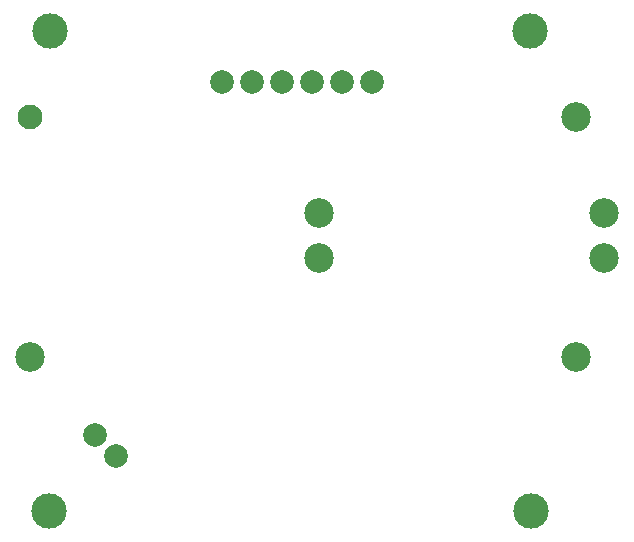
<source format=gbr>
G04 #@! TF.GenerationSoftware,KiCad,Pcbnew,(5.1.2)-2*
G04 #@! TF.CreationDate,2019-10-20T14:27:08-03:00*
G04 #@! TF.ProjectId,placa_potencia,706c6163-615f-4706-9f74-656e6369612e,rev?*
G04 #@! TF.SameCoordinates,Original*
G04 #@! TF.FileFunction,Soldermask,Bot*
G04 #@! TF.FilePolarity,Negative*
%FSLAX46Y46*%
G04 Gerber Fmt 4.6, Leading zero omitted, Abs format (unit mm)*
G04 Created by KiCad (PCBNEW (5.1.2)-2) date 2019-10-20 14:27:08*
%MOMM*%
%LPD*%
G04 APERTURE LIST*
%ADD10C,3.000000*%
%ADD11C,2.000000*%
%ADD12C,2.500000*%
%ADD13C,2.100000*%
G04 APERTURE END LIST*
D10*
X64300000Y-49000000D03*
X104900000Y-49000000D03*
X64200000Y-89700000D03*
X105000000Y-89700000D03*
D11*
X91550000Y-53350000D03*
X89010000Y-53350000D03*
X86470000Y-53350000D03*
X83930000Y-53350000D03*
X81390000Y-53350000D03*
X78850000Y-53350000D03*
X68100000Y-83200000D03*
X69896051Y-84996051D03*
D12*
X62574000Y-76626000D03*
D13*
X62574000Y-56306000D03*
D12*
X108802000Y-76626000D03*
X108802000Y-56306000D03*
X87070000Y-64410000D03*
X87070000Y-68220000D03*
X111200000Y-64410000D03*
X111200000Y-68220000D03*
M02*

</source>
